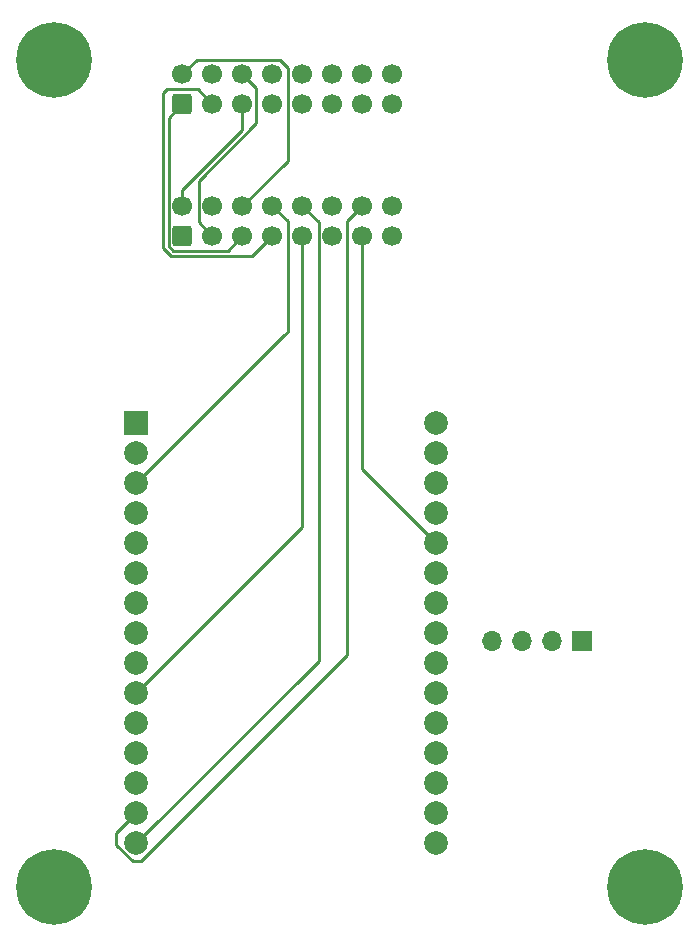
<source format=gbr>
%TF.GenerationSoftware,KiCad,Pcbnew,7.0.1-3b83917a11~172~ubuntu22.04.1*%
%TF.CreationDate,2023-03-21T01:48:29+08:00*%
%TF.ProjectId,PX Martix Board,5058204d-6172-4746-9978-20426f617264,rev?*%
%TF.SameCoordinates,Original*%
%TF.FileFunction,Copper,L4,Bot*%
%TF.FilePolarity,Positive*%
%FSLAX46Y46*%
G04 Gerber Fmt 4.6, Leading zero omitted, Abs format (unit mm)*
G04 Created by KiCad (PCBNEW 7.0.1-3b83917a11~172~ubuntu22.04.1) date 2023-03-21 01:48:29*
%MOMM*%
%LPD*%
G01*
G04 APERTURE LIST*
G04 Aperture macros list*
%AMRoundRect*
0 Rectangle with rounded corners*
0 $1 Rounding radius*
0 $2 $3 $4 $5 $6 $7 $8 $9 X,Y pos of 4 corners*
0 Add a 4 corners polygon primitive as box body*
4,1,4,$2,$3,$4,$5,$6,$7,$8,$9,$2,$3,0*
0 Add four circle primitives for the rounded corners*
1,1,$1+$1,$2,$3*
1,1,$1+$1,$4,$5*
1,1,$1+$1,$6,$7*
1,1,$1+$1,$8,$9*
0 Add four rect primitives between the rounded corners*
20,1,$1+$1,$2,$3,$4,$5,0*
20,1,$1+$1,$4,$5,$6,$7,0*
20,1,$1+$1,$6,$7,$8,$9,0*
20,1,$1+$1,$8,$9,$2,$3,0*%
G04 Aperture macros list end*
%TA.AperFunction,ComponentPad*%
%ADD10R,2.000000X2.000000*%
%TD*%
%TA.AperFunction,ComponentPad*%
%ADD11C,2.000000*%
%TD*%
%TA.AperFunction,ComponentPad*%
%ADD12C,0.800000*%
%TD*%
%TA.AperFunction,ComponentPad*%
%ADD13C,6.400000*%
%TD*%
%TA.AperFunction,ComponentPad*%
%ADD14RoundRect,0.250000X0.600000X-0.600000X0.600000X0.600000X-0.600000X0.600000X-0.600000X-0.600000X0*%
%TD*%
%TA.AperFunction,ComponentPad*%
%ADD15C,1.700000*%
%TD*%
%TA.AperFunction,ComponentPad*%
%ADD16R,1.700000X1.700000*%
%TD*%
%TA.AperFunction,ComponentPad*%
%ADD17O,1.700000X1.700000*%
%TD*%
%TA.AperFunction,Conductor*%
%ADD18C,0.250000*%
%TD*%
G04 APERTURE END LIST*
D10*
%TO.P,U1,1,3V3*%
%TO.N,unconnected-(U1-Pad1)*%
X113930000Y-74729472D03*
D11*
%TO.P,U1,2,GND*%
%TO.N,GND*%
X113930000Y-77269472D03*
%TO.P,U1,3,D15*%
%TO.N,E*%
X113930000Y-79809472D03*
%TO.P,U1,4,D2*%
%TO.N,P_OE*%
X113930000Y-82349472D03*
%TO.P,U1,5,D4*%
%TO.N,unconnected-(U1-Pad5)*%
X113930000Y-84889472D03*
%TO.P,U1,6,RX2*%
%TO.N,unconnected-(U1-Pad6)*%
X113930000Y-87429472D03*
%TO.P,U1,7,TX2*%
%TO.N,unconnected-(U1-Pad7)*%
X113930000Y-89969472D03*
%TO.P,U1,8,D5*%
%TO.N,D*%
X113930000Y-92509472D03*
%TO.P,U1,9,D18*%
%TO.N,C*%
X113930000Y-95049472D03*
%TO.P,U1,10,D19*%
%TO.N,A*%
X113930000Y-97589472D03*
%TO.P,U1,11,D21*%
%TO.N,unconnected-(U1-Pad11)*%
X113930000Y-100129472D03*
%TO.P,U1,12,RX0*%
%TO.N,unconnected-(U1-Pad12)*%
X113930000Y-102669472D03*
%TO.P,U1,13,TX0*%
%TO.N,unconnected-(U1-Pad13)*%
X113930000Y-105209472D03*
%TO.P,U1,14,D22*%
%TO.N,STB{slash}LAT*%
X113930000Y-107749472D03*
%TO.P,U1,15,D23*%
%TO.N,B*%
X113930000Y-110289472D03*
%TO.P,U1,16,EN*%
%TO.N,unconnected-(U1-Pad16)*%
X139330000Y-110289472D03*
%TO.P,U1,17,VP*%
%TO.N,unconnected-(U1-Pad17)*%
X139330000Y-107749472D03*
%TO.P,U1,18,VN*%
%TO.N,unconnected-(U1-Pad18)*%
X139330000Y-105209472D03*
%TO.P,U1,19,D34*%
%TO.N,unconnected-(U1-Pad19)*%
X139330000Y-102669472D03*
%TO.P,U1,20,D35*%
%TO.N,unconnected-(U1-Pad20)*%
X139330000Y-100129472D03*
%TO.P,U1,21,D32*%
%TO.N,unconnected-(U1-Pad21)*%
X139330000Y-97589472D03*
%TO.P,U1,22,D33*%
%TO.N,unconnected-(U1-Pad22)*%
X139330000Y-95049472D03*
%TO.P,U1,23,D25*%
%TO.N,unconnected-(U1-Pad23)*%
X139330000Y-92509472D03*
%TO.P,U1,24,D26*%
%TO.N,unconnected-(U1-Pad24)*%
X139330000Y-89969472D03*
%TO.P,U1,25,D27*%
%TO.N,unconnected-(U1-Pad25)*%
X139330000Y-87429472D03*
%TO.P,U1,26,D14*%
%TO.N,CLK*%
X139330000Y-84889472D03*
%TO.P,U1,27,D12*%
%TO.N,unconnected-(U1-Pad27)*%
X139330000Y-82349472D03*
%TO.P,U1,28,D13*%
%TO.N,R0_L*%
X139330000Y-79809472D03*
%TO.P,U1,29,GND*%
%TO.N,GND*%
X139330000Y-77269472D03*
%TO.P,U1,30,VIN*%
%TO.N,+5V*%
X139330000Y-74729472D03*
%TD*%
D12*
%TO.P,M3,1*%
%TO.N,N/C*%
X157000000Y-46400000D03*
X154600000Y-44000000D03*
X158697056Y-45697056D03*
D13*
X157000000Y-44000000D03*
D12*
X155302944Y-45697056D03*
X159400000Y-44000000D03*
X158697056Y-42302944D03*
X157000000Y-41600000D03*
X155302944Y-42302944D03*
%TD*%
D14*
%TO.P,J3,1,Pin_1*%
%TO.N,R1_L{slash}R0_R*%
X117840000Y-47752500D03*
D15*
%TO.P,J3,2,Pin_2*%
%TO.N,G1_L{slash}G0_R*%
X117840000Y-45212500D03*
%TO.P,J3,3,Pin_3*%
%TO.N,B1_L{slash}B0_R*%
X120380000Y-47752500D03*
%TO.P,J3,4,Pin_4*%
%TO.N,unconnected-(J3-Pad4)*%
X120380000Y-45212500D03*
%TO.P,J3,5,Pin_5*%
%TO.N,G0_L{slash}R1_R*%
X122920000Y-47752500D03*
%TO.P,J3,6,Pin_6*%
%TO.N,B0_L{slash}G1_R*%
X122920000Y-45212500D03*
%TO.P,J3,7,Pin_7*%
%TO.N,unconnected-(J3-Pad7)*%
X125460000Y-47752500D03*
%TO.P,J3,8,Pin_8*%
%TO.N,unconnected-(J3-Pad8)*%
X125460000Y-45212500D03*
%TO.P,J3,9,Pin_9*%
%TO.N,unconnected-(J3-Pad9)*%
X128000000Y-47752500D03*
%TO.P,J3,10,Pin_10*%
%TO.N,unconnected-(J3-Pad10)*%
X128000000Y-45212500D03*
%TO.P,J3,11,Pin_11*%
%TO.N,unconnected-(J3-Pad11)*%
X130540000Y-47752500D03*
%TO.P,J3,12,Pin_12*%
%TO.N,unconnected-(J3-Pad12)*%
X130540000Y-45212500D03*
%TO.P,J3,13,Pin_13*%
%TO.N,unconnected-(J3-Pad13)*%
X133080000Y-47752500D03*
%TO.P,J3,14,Pin_14*%
%TO.N,unconnected-(J3-Pad14)*%
X133080000Y-45212500D03*
%TO.P,J3,15,Pin_15*%
%TO.N,unconnected-(J3-Pad15)*%
X135620000Y-47752500D03*
%TO.P,J3,16,Pin_16*%
%TO.N,unconnected-(J3-Pad16)*%
X135620000Y-45212500D03*
%TD*%
D13*
%TO.P,M3,1*%
%TO.N,N/C*%
X157000000Y-114000000D03*
D12*
X158697056Y-115697056D03*
X155302944Y-115697056D03*
X157000000Y-116400000D03*
X155302944Y-112302944D03*
X159400000Y-114000000D03*
X154600000Y-114000000D03*
X158697056Y-112302944D03*
X157000000Y-111600000D03*
%TD*%
%TO.P,M3,1*%
%TO.N,N/C*%
X105302944Y-42302944D03*
X105302944Y-45697056D03*
X109400000Y-44000000D03*
X108697056Y-45697056D03*
X108697056Y-42302944D03*
X107000000Y-46400000D03*
X107000000Y-41600000D03*
D13*
X107000000Y-44000000D03*
D12*
X104600000Y-44000000D03*
%TD*%
D14*
%TO.P,J2,1,Pin_1*%
%TO.N,R0_L*%
X117840000Y-58896972D03*
D15*
%TO.P,J2,2,Pin_2*%
%TO.N,G0_L{slash}R1_R*%
X117840000Y-56356972D03*
%TO.P,J2,3,Pin_3*%
%TO.N,B0_L{slash}G1_R*%
X120380000Y-58896972D03*
%TO.P,J2,4,Pin_4*%
%TO.N,GND*%
X120380000Y-56356972D03*
%TO.P,J2,5,Pin_5*%
%TO.N,R1_L{slash}R0_R*%
X122920000Y-58896972D03*
%TO.P,J2,6,Pin_6*%
%TO.N,G1_L{slash}G0_R*%
X122920000Y-56356972D03*
%TO.P,J2,7,Pin_7*%
%TO.N,B1_L{slash}B0_R*%
X125460000Y-58896972D03*
%TO.P,J2,8,Pin_8*%
%TO.N,E*%
X125460000Y-56356972D03*
%TO.P,J2,9,Pin_9*%
%TO.N,A*%
X128000000Y-58896972D03*
%TO.P,J2,10,Pin_10*%
%TO.N,B*%
X128000000Y-56356972D03*
%TO.P,J2,11,Pin_11*%
%TO.N,C*%
X130540000Y-58896972D03*
%TO.P,J2,12,Pin_12*%
%TO.N,D*%
X130540000Y-56356972D03*
%TO.P,J2,13,Pin_13*%
%TO.N,CLK*%
X133080000Y-58896972D03*
%TO.P,J2,14,Pin_14*%
%TO.N,STB{slash}LAT*%
X133080000Y-56356972D03*
%TO.P,J2,15,Pin_15*%
%TO.N,P_OE*%
X135620000Y-58896972D03*
%TO.P,J2,16,Pin_16*%
%TO.N,GND*%
X135620000Y-56356972D03*
%TD*%
D16*
%TO.P,J1,1,Pin_1*%
%TO.N,+5V*%
X151670000Y-93200000D03*
D17*
%TO.P,J1,2,Pin_2*%
X149130000Y-93200000D03*
%TO.P,J1,3,Pin_3*%
%TO.N,GND*%
X146590000Y-93200000D03*
%TO.P,J1,4,Pin_4*%
X144050000Y-93200000D03*
%TD*%
D12*
%TO.P,M3,1*%
%TO.N,N/C*%
X108697056Y-115697056D03*
X105302944Y-112302944D03*
X105302944Y-115697056D03*
X104600000Y-114000000D03*
X109400000Y-114000000D03*
X107000000Y-116400000D03*
X107000000Y-111600000D03*
D13*
X107000000Y-114000000D03*
D12*
X108697056Y-112302944D03*
%TD*%
D18*
%TO.N,E*%
X126734278Y-57631250D02*
X126734278Y-67005194D01*
X113930000Y-79809472D02*
X126462500Y-67276972D01*
X126734278Y-67005194D02*
X126462500Y-67276972D01*
X125460000Y-56356972D02*
X126734278Y-57631250D01*
%TO.N,A*%
X128000000Y-83519472D02*
X113930000Y-97589472D01*
X128000000Y-58896972D02*
X128000000Y-83519472D01*
%TO.N,STB{slash}LAT*%
X133080000Y-56356972D02*
X131805722Y-57631250D01*
X112230000Y-109449472D02*
X113930000Y-107749472D01*
X131805722Y-94368749D02*
X114330000Y-111844471D01*
X114330000Y-111844471D02*
X113611166Y-111844471D01*
X113611166Y-111844471D02*
X112230000Y-110463305D01*
X131805722Y-57631250D02*
X131805722Y-94368749D01*
X112230000Y-110463305D02*
X112230000Y-109449472D01*
%TO.N,B*%
X113930000Y-110289472D02*
X129365000Y-94854472D01*
X129365000Y-94854472D02*
X129365000Y-57721972D01*
X129365000Y-57721972D02*
X128000000Y-56356972D01*
%TO.N,CLK*%
X133080000Y-78639472D02*
X139330000Y-84889472D01*
X133080000Y-58896972D02*
X133080000Y-78639472D01*
%TO.N,G0_L{slash}R1_R*%
X117840000Y-56356972D02*
X117840000Y-55002277D01*
X122920000Y-49922277D02*
X122920000Y-47752500D01*
X117840000Y-55002277D02*
X122920000Y-49922277D01*
%TO.N,B0_L{slash}G1_R*%
X120380000Y-58896972D02*
X119205000Y-57721972D01*
X124099472Y-49379201D02*
X124099472Y-46391972D01*
X119205000Y-57721972D02*
X119205000Y-54273673D01*
X124099472Y-46391972D02*
X122920000Y-45212500D01*
X119205000Y-54273673D02*
X124099472Y-49379201D01*
%TO.N,R1_L{slash}R0_R*%
X116665000Y-59779472D02*
X116665000Y-48927500D01*
X116665000Y-48927500D02*
X117840000Y-47752500D01*
X116665000Y-59779472D02*
X117030000Y-60144472D01*
X121672500Y-60144472D02*
X122920000Y-58896972D01*
X117030000Y-60144472D02*
X121672500Y-60144472D01*
%TO.N,G1_L{slash}G0_R*%
X119052500Y-44000000D02*
X117840000Y-45212500D01*
X126734472Y-44679470D02*
X126055002Y-44000000D01*
X126055002Y-44000000D02*
X119052500Y-44000000D01*
X126734472Y-52542500D02*
X126734472Y-44679470D01*
X122920000Y-56356972D02*
X126734472Y-52542500D01*
%TO.N,B1_L{slash}B0_R*%
X123762500Y-60594472D02*
X125460000Y-58896972D01*
X119127500Y-46500000D02*
X120380000Y-47752500D01*
X116561056Y-46500000D02*
X119127500Y-46500000D01*
X116843604Y-60594472D02*
X123762500Y-60594472D01*
X116215000Y-59965868D02*
X116843604Y-60594472D01*
X116215000Y-59965868D02*
X116215000Y-46846056D01*
X116215000Y-46846056D02*
X116561056Y-46500000D01*
%TD*%
M02*

</source>
